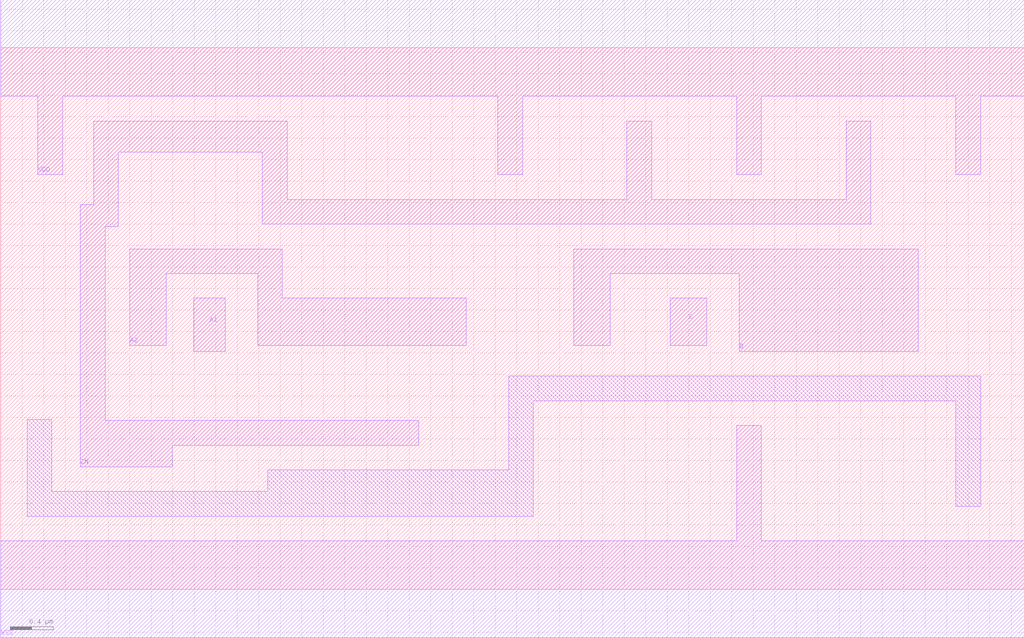
<source format=lef>
# Copyright 2022 GlobalFoundries PDK Authors
#
# Licensed under the Apache License, Version 2.0 (the "License");
# you may not use this file except in compliance with the License.
# You may obtain a copy of the License at
#
#      http://www.apache.org/licenses/LICENSE-2.0
#
# Unless required by applicable law or agreed to in writing, software
# distributed under the License is distributed on an "AS IS" BASIS,
# WITHOUT WARRANTIES OR CONDITIONS OF ANY KIND, either express or implied.
# See the License for the specific language governing permissions and
# limitations under the License.

MACRO gf180mcu_fd_sc_mcu9t5v0__oai211_2
  CLASS core ;
  FOREIGN gf180mcu_fd_sc_mcu9t5v0__oai211_2 0.0 0.0 ;
  ORIGIN 0 0 ;
  SYMMETRY X Y ;
  SITE GF018hv5v_green_sc9 ;
  SIZE 9.52 BY 5.04 ;
  PIN A1
    DIRECTION INPUT ;
    ANTENNAGATEAREA 3.414 ;
    PORT
      LAYER METAL1 ;
        POLYGON 1.795 2.215 2.09 2.215 2.09 2.71 1.795 2.71  ;
    END
  END A1
  PIN A2
    DIRECTION INPUT ;
    ANTENNAGATEAREA 3.414 ;
    PORT
      LAYER METAL1 ;
        POLYGON 1.2 2.27 1.54 2.27 1.54 2.94 2.39 2.94 2.39 2.27 4.33 2.27 4.33 2.71 2.62 2.71 2.62 3.17 1.2 3.17  ;
    END
  END A2
  PIN B
    DIRECTION INPUT ;
    ANTENNAGATEAREA 3.044 ;
    PORT
      LAYER METAL1 ;
        POLYGON 5.33 2.27 5.67 2.27 5.67 2.94 6.87 2.94 6.87 2.215 8.535 2.215 8.535 3.17 5.33 3.17  ;
    END
  END B
  PIN C
    DIRECTION INPUT ;
    ANTENNAGATEAREA 3.044 ;
    PORT
      LAYER METAL1 ;
        POLYGON 6.23 2.27 6.57 2.27 6.57 2.71 6.23 2.71  ;
    END
  END C
  PIN ZN
    DIRECTION OUTPUT ;
    ANTENNADIFFAREA 4.0258 ;
    PORT
      LAYER METAL1 ;
        POLYGON 0.97 3.375 1.095 3.375 1.095 4.07 2.435 4.07 2.435 3.4 8.095 3.4 8.095 4.36 7.865 4.36 7.865 3.63 6.055 3.63 6.055 4.36 5.825 4.36 5.825 3.63 2.665 3.63 2.665 4.36 0.865 4.36 0.865 3.58 0.74 3.58 0.74 1.14 1.595 1.14 1.595 1.34 3.89 1.34 3.89 1.57 0.97 1.57  ;
    END
  END ZN
  PIN VDD
    DIRECTION INOUT ;
    USE power ;
    SHAPE ABUTMENT ;
    PORT
      LAYER METAL1 ;
        POLYGON 0 4.59 0.345 4.59 0.345 3.86 0.575 3.86 0.575 4.59 4.625 4.59 4.625 3.86 4.855 3.86 4.855 4.59 6.845 4.59 6.845 3.86 7.075 3.86 7.075 4.59 8.885 4.59 8.885 3.86 9.115 3.86 9.115 4.59 9.52 4.59 9.52 5.49 9.115 5.49 0 5.49  ;
    END
  END VDD
  PIN VSS
    DIRECTION INOUT ;
    USE ground ;
    SHAPE ABUTMENT ;
    PORT
      LAYER METAL1 ;
        POLYGON 0 -0.45 9.52 -0.45 9.52 0.45 7.075 0.45 7.075 1.525 6.845 1.525 6.845 0.45 0 0.45  ;
    END
  END VSS
  OBS
      LAYER METAL1 ;
        POLYGON 0.245 0.68 4.955 0.68 4.955 1.755 8.885 1.755 8.885 0.77 9.115 0.77 9.115 1.985 4.725 1.985 4.725 1.11 2.485 1.11 2.485 0.91 0.475 0.91 0.475 1.58 0.245 1.58  ;
  END
END gf180mcu_fd_sc_mcu9t5v0__oai211_2

</source>
